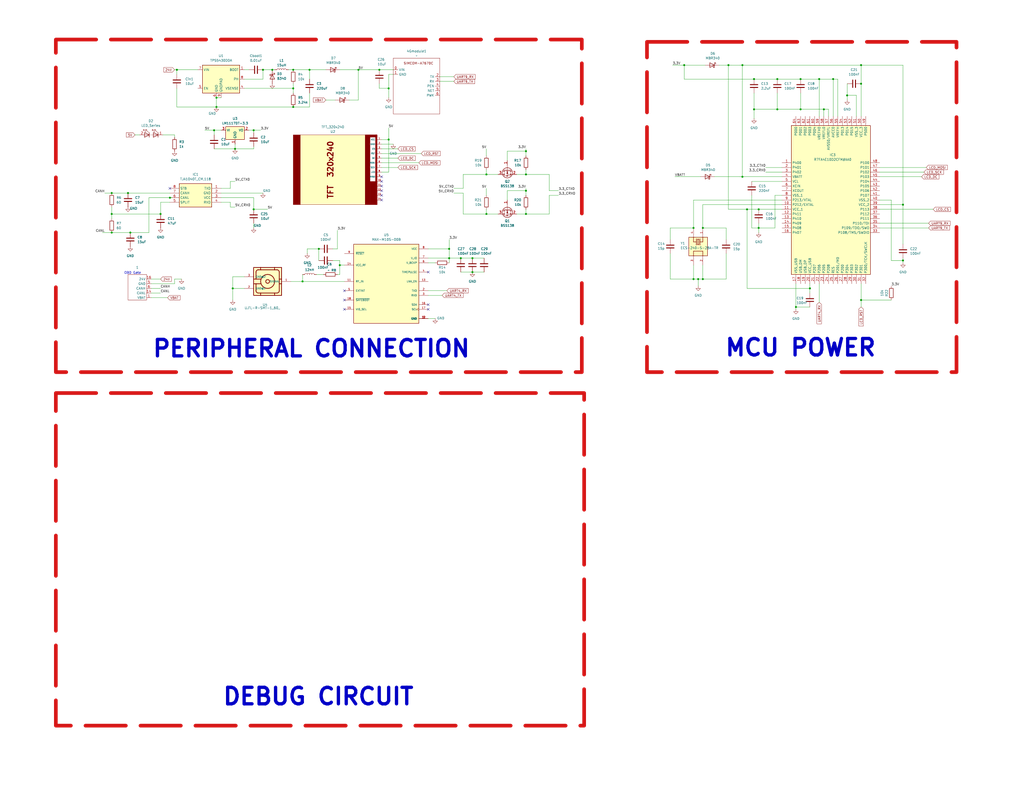
<source format=kicad_sch>
(kicad_sch (version 20231120) (generator "eeschema") (generator_version "8.0")
  (paper "C")
  (junction (at 383.54 124.46))
  (junction (at 449.58 59.69))
  (junction (at 436.88 43.18))
  (junction (at 165.1 153.67))
  (junction (at 212.09 48.26))
  (junction (at 116.84 71.12))
  (junction (at 60.96 116.84))
  (junction (at 195.58 38.1))
  (junction (at 265.43 95.25))
  (junction (at 378.46 124.46))
  (junction (at 441.96 157.48))
  (junction (at 71.12 127))
  (junction (at 405.13 96.52))
  (junction (at 287.02 82.55))
  (junction (at 378.46 152.4))
  (junction (at 414.02 124.46))
  (junction (at 436.88 59.69))
  (junction (at 434.34 167.64))
  (junction (at 381 152.4))
  (junction (at 245.11 135.89))
  (junction (at 160.02 48.26))
  (junction (at 128.27 81.28))
  (junction (at 251.46 140.97))
  (junction (at 168.91 38.1))
  (junction (at 69.85 105.41))
  (junction (at 492.76 142.24))
  (junction (at 87.63 116.84))
  (junction (at 424.18 43.18))
  (junction (at 118.11 58.42))
  (junction (at 143.51 38.1))
  (junction (at 469.9 45.72))
  (junction (at 160.02 58.42))
  (junction (at 414.02 114.3))
  (junction (at 383.54 152.4))
  (junction (at 287.02 116.84))
  (junction (at 245.11 140.97))
  (junction (at 411.48 43.18))
  (junction (at 287.02 104.14))
  (junction (at 407.67 114.3))
  (junction (at 447.04 43.18))
  (junction (at 160.02 38.1))
  (junction (at 92.71 107.95))
  (junction (at 148.59 38.1))
  (junction (at 60.96 127))
  (junction (at 265.43 116.84))
  (junction (at 257.81 140.97))
  (junction (at 185.42 144.78))
  (junction (at 96.52 38.1))
  (junction (at 397.51 35.56))
  (junction (at 469.9 35.56))
  (junction (at 118.11 53.34))
  (junction (at 138.43 71.12))
  (junction (at 424.18 59.69))
  (junction (at 60.96 105.41))
  (junction (at 492.76 111.76))
  (junction (at 469.9 163.83))
  (junction (at 212.09 76.2))
  (junction (at 173.99 135.89))
  (junction (at 411.48 59.69))
  (junction (at 138.43 114.3))
  (junction (at 405.13 35.56))
  (junction (at 454.66 43.18))
  (junction (at 127 157.48))
  (junction (at 287.02 95.25))
  (junction (at 373.38 35.56))
  (junction (at 207.01 38.1))
  (junction (at 257.81 148.59))
  (junction (at 462.28 52.07))
  (no_connect (at 233.68 148.59))
  (no_connect (at 208.28 96.52))
  (no_connect (at 187.96 163.83))
  (no_connect (at 92.71 102.87))
  (no_connect (at 208.28 109.22))
  (no_connect (at 187.96 168.91))
  (no_connect (at 233.68 166.37))
  (no_connect (at 208.28 106.68))
  (no_connect (at 233.68 168.91))
  (no_connect (at 208.28 101.6))
  (no_connect (at 208.28 104.14))
  (no_connect (at 208.28 99.06))
  (no_connect (at 187.96 158.75))
  (wire (pts (xy 492.76 111.76) (xy 492.76 35.56)))
  (wire (pts (xy 60.96 105.41) (xy 69.85 105.41)))
  (wire (pts (xy 492.76 142.24) (xy 492.76 140.97)))
  (wire (pts (xy 480.06 96.52) (xy 502.92 96.52)))
  (wire (pts (xy 87.63 110.49) (xy 87.63 116.84)))
  (wire (pts (xy 233.68 143.51) (xy 237.49 143.51)))
  (wire (pts (xy 143.51 43.18) (xy 143.51 38.1)))
  (wire (pts (xy 195.58 38.1) (xy 207.01 38.1)))
  (wire (pts (xy 71.12 127) (xy 81.28 127)))
  (wire (pts (xy 125.73 113.03) (xy 128.27 113.03)))
  (wire (pts (xy 92.71 107.95) (xy 93.98 107.95)))
  (wire (pts (xy 454.66 63.5) (xy 454.66 43.18)))
  (wire (pts (xy 73.66 73.66) (xy 76.2 73.66)))
  (wire (pts (xy 60.96 113.03) (xy 60.96 116.84)))
  (wire (pts (xy 160.02 45.72) (xy 160.02 48.26)))
  (wire (pts (xy 287.02 106.68) (xy 287.02 104.14)))
  (wire (pts (xy 373.38 43.18) (xy 411.48 43.18)))
  (wire (pts (xy 143.51 38.1) (xy 148.59 38.1)))
  (wire (pts (xy 426.72 111.76) (xy 383.54 111.76)))
  (wire (pts (xy 373.38 35.56) (xy 384.81 35.56)))
  (wire (pts (xy 378.46 124.46) (xy 365.76 124.46)))
  (wire (pts (xy 212.09 40.64) (xy 212.09 48.26)))
  (wire (pts (xy 185.42 144.78) (xy 187.96 144.78)))
  (wire (pts (xy 381 156.21) (xy 381 152.4)))
  (wire (pts (xy 116.84 71.12) (xy 120.65 71.12)))
  (wire (pts (xy 434.34 154.94) (xy 434.34 167.64)))
  (wire (pts (xy 127 157.48) (xy 127 163.83)))
  (wire (pts (xy 138.43 71.12) (xy 142.24 71.12)))
  (wire (pts (xy 405.13 35.56) (xy 469.9 35.56)))
  (wire (pts (xy 389.89 96.52) (xy 405.13 96.52)))
  (wire (pts (xy 181.61 135.89) (xy 184.15 135.89)))
  (wire (pts (xy 304.8 106.68) (xy 299.72 106.68)))
  (wire (pts (xy 449.58 59.69) (xy 452.12 59.69)))
  (wire (pts (xy 116.84 81.28) (xy 128.27 81.28)))
  (wire (pts (xy 240.03 41.91) (xy 247.65 41.91)))
  (wire (pts (xy 172.72 149.86) (xy 176.53 149.86)))
  (wire (pts (xy 287.02 114.3) (xy 287.02 116.84)))
  (wire (pts (xy 111.76 71.12) (xy 116.84 71.12)))
  (wire (pts (xy 299.72 116.84) (xy 287.02 116.84)))
  (wire (pts (xy 208.28 86.36) (xy 217.17 86.36)))
  (wire (pts (xy 208.28 88.9) (xy 228.6 88.9)))
  (wire (pts (xy 168.91 38.1) (xy 177.8 38.1)))
  (wire (pts (xy 469.9 163.83) (xy 469.9 167.64)))
  (wire (pts (xy 245.11 140.97) (xy 245.11 143.51)))
  (wire (pts (xy 299.72 104.14) (xy 299.72 95.25)))
  (wire (pts (xy 480.06 93.98) (xy 504.19 93.98)))
  (wire (pts (xy 462.28 52.07) (xy 462.28 45.72)))
  (wire (pts (xy 271.78 116.84) (xy 265.43 116.84)))
  (wire (pts (xy 185.42 149.86) (xy 185.42 144.78)))
  (wire (pts (xy 287.02 85.09) (xy 287.02 82.55)))
  (wire (pts (xy 265.43 114.3) (xy 265.43 116.84)))
  (wire (pts (xy 195.58 54.61) (xy 195.58 38.1)))
  (wire (pts (xy 173.99 135.89) (xy 173.99 142.24)))
  (wire (pts (xy 410.21 99.06) (xy 426.72 99.06)))
  (wire (pts (xy 271.78 95.25) (xy 265.43 95.25)))
  (wire (pts (xy 414.02 114.3) (xy 426.72 114.3)))
  (wire (pts (xy 190.5 54.61) (xy 195.58 54.61)))
  (wire (pts (xy 212.09 40.64) (xy 214.63 40.64)))
  (wire (pts (xy 81.28 127) (xy 81.28 107.95)))
  (wire (pts (xy 396.24 138.43) (xy 396.24 152.4)))
  (wire (pts (xy 125.73 102.87) (xy 120.65 102.87)))
  (wire (pts (xy 426.72 106.68) (xy 422.91 106.68)))
  (wire (pts (xy 208.28 78.74) (xy 214.63 78.74)))
  (wire (pts (xy 96.52 38.1) (xy 96.52 40.64)))
  (wire (pts (xy 181.61 142.24) (xy 185.42 142.24)))
  (wire (pts (xy 252.73 102.87) (xy 247.65 102.87)))
  (wire (pts (xy 287.02 95.25) (xy 281.94 95.25)))
  (wire (pts (xy 410.21 124.46) (xy 414.02 124.46)))
  (wire (pts (xy 95.25 38.1) (xy 96.52 38.1)))
  (wire (pts (xy 252.73 116.84) (xy 252.73 105.41)))
  (wire (pts (xy 414.02 124.46) (xy 414.02 121.92)))
  (wire (pts (xy 411.48 43.18) (xy 424.18 43.18)))
  (wire (pts (xy 434.34 167.64) (xy 434.34 168.91)))
  (wire (pts (xy 257.81 140.97) (xy 264.16 140.97)))
  (wire (pts (xy 212.09 93.98) (xy 208.28 93.98)))
  (wire (pts (xy 299.72 106.68) (xy 299.72 116.84)))
  (wire (pts (xy 138.43 107.95) (xy 138.43 114.3)))
  (wire (pts (xy 212.09 76.2) (xy 212.09 93.98)))
  (wire (pts (xy 383.54 144.78) (xy 383.54 152.4)))
  (wire (pts (xy 441.96 157.48) (xy 441.96 160.02)))
  (wire (pts (xy 441.96 157.48) (xy 407.67 157.48)))
  (wire (pts (xy 424.18 59.69) (xy 436.88 59.69)))
  (wire (pts (xy 127 157.48) (xy 133.35 157.48)))
  (wire (pts (xy 414.02 124.46) (xy 422.91 124.46)))
  (wire (pts (xy 120.65 105.41) (xy 143.51 105.41)))
  (wire (pts (xy 57.15 105.41) (xy 60.96 105.41)))
  (wire (pts (xy 397.51 114.3) (xy 407.67 114.3)))
  (wire (pts (xy 128.27 81.28) (xy 138.43 81.28)))
  (wire (pts (xy 447.04 154.94) (xy 447.04 165.1)))
  (wire (pts (xy 233.68 158.75) (xy 243.84 158.75)))
  (wire (pts (xy 441.96 154.94) (xy 441.96 157.48)))
  (wire (pts (xy 212.09 48.26) (xy 212.09 53.34)))
  (wire (pts (xy 480.06 114.3) (xy 509.27 114.3)))
  (wire (pts (xy 160.02 38.1) (xy 157.48 38.1)))
  (wire (pts (xy 81.28 107.95) (xy 92.71 107.95)))
  (wire (pts (xy 265.43 116.84) (xy 252.73 116.84)))
  (wire (pts (xy 184.15 135.89) (xy 184.15 125.73)))
  (wire (pts (xy 454.66 43.18) (xy 447.04 43.18)))
  (wire (pts (xy 276.86 104.14) (xy 276.86 109.22)))
  (wire (pts (xy 486.41 142.24) (xy 492.76 142.24)))
  (wire (pts (xy 397.51 114.3) (xy 397.51 35.56)))
  (wire (pts (xy 457.2 63.5) (xy 457.2 43.18)))
  (wire (pts (xy 133.35 38.1) (xy 135.89 38.1)))
  (wire (pts (xy 160.02 48.26) (xy 160.02 50.8)))
  (wire (pts (xy 447.04 43.18) (xy 447.04 63.5)))
  (wire (pts (xy 245.11 140.97) (xy 245.11 135.89)))
  (wire (pts (xy 365.76 152.4) (xy 378.46 152.4)))
  (wire (pts (xy 125.73 113.03) (xy 125.73 110.49)))
  (wire (pts (xy 125.73 99.06) (xy 125.73 102.87)))
  (wire (pts (xy 96.52 58.42) (xy 118.11 58.42)))
  (wire (pts (xy 452.12 63.5) (xy 452.12 59.69)))
  (wire (pts (xy 212.09 69.85) (xy 212.09 76.2)))
  (wire (pts (xy 133.35 151.13) (xy 127 151.13)))
  (wire (pts (xy 55.88 127) (xy 60.96 127)))
  (wire (pts (xy 60.96 116.84) (xy 60.96 119.38)))
  (wire (pts (xy 208.28 83.82) (xy 229.87 83.82)))
  (wire (pts (xy 480.06 124.46) (xy 506.73 124.46)))
  (wire (pts (xy 165.1 149.86) (xy 165.1 153.67)))
  (wire (pts (xy 88.9 73.66) (xy 95.25 73.66)))
  (wire (pts (xy 160.02 38.1) (xy 168.91 38.1)))
  (wire (pts (xy 251.46 140.97) (xy 257.81 140.97)))
  (wire (pts (xy 138.43 114.3) (xy 146.05 114.3)))
  (wire (pts (xy 383.54 152.4) (xy 381 152.4)))
  (wire (pts (xy 467.36 63.5) (xy 467.36 52.07)))
  (wire (pts (xy 265.43 81.28) (xy 265.43 85.09)))
  (wire (pts (xy 492.76 35.56) (xy 469.9 35.56)))
  (wire (pts (xy 287.02 82.55) (xy 276.86 82.55)))
  (wire (pts (xy 383.54 124.46) (xy 396.24 124.46)))
  (wire (pts (xy 252.73 95.25) (xy 252.73 102.87)))
  (wire (pts (xy 492.76 143.51) (xy 492.76 142.24)))
  (wire (pts (xy 365.76 124.46) (xy 365.76 130.81)))
  (wire (pts (xy 207.01 48.26) (xy 212.09 48.26)))
  (wire (pts (xy 138.43 81.28) (xy 138.43 80.01)))
  (wire (pts (xy 125.73 110.49) (xy 120.65 110.49)))
  (wire (pts (xy 378.46 152.4) (xy 381 152.4)))
  (wire (pts (xy 469.9 154.94) (xy 469.9 163.83)))
  (wire (pts (xy 69.85 105.41) (xy 92.71 105.41)))
  (wire (pts (xy 96.52 48.26) (xy 96.52 58.42)))
  (wire (pts (xy 411.48 50.8) (xy 411.48 59.69)))
  (wire (pts (xy 208.28 91.44) (xy 217.17 91.44)))
  (wire (pts (xy 287.02 81.28) (xy 287.02 82.55)))
  (wire (pts (xy 125.73 99.06) (xy 128.27 99.06)))
  (wire (pts (xy 95.25 152.4) (xy 99.06 152.4)))
  (wire (pts (xy 469.9 163.83) (xy 486.41 163.83)))
  (wire (pts (xy 208.28 76.2) (xy 212.09 76.2)))
  (wire (pts (xy 120.65 107.95) (xy 138.43 107.95)))
  (wire (pts (xy 168.91 38.1) (xy 168.91 43.18)))
  (wire (pts (xy 233.68 161.29) (xy 241.3 161.29)))
  (wire (pts (xy 257.81 148.59) (xy 264.16 148.59)))
  (wire (pts (xy 138.43 124.46) (xy 138.43 121.92)))
  (wire (pts (xy 436.88 50.8) (xy 436.88 59.69)))
  (wire (pts (xy 184.15 149.86) (xy 185.42 149.86)))
  (wire (pts (xy 82.55 154.94) (xy 95.25 154.94)))
  (wire (pts (xy 252.73 105.41) (xy 247.65 105.41)))
  (wire (pts (xy 233.68 173.99) (xy 237.49 173.99)))
  (wire (pts (xy 82.55 152.4) (xy 87.63 152.4)))
  (wire (pts (xy 265.43 95.25) (xy 252.73 95.25)))
  (wire (pts (xy 422.91 106.68) (xy 422.91 124.46)))
  (wire (pts (xy 133.35 43.18) (xy 143.51 43.18)))
  (wire (pts (xy 207.01 38.1) (xy 214.63 38.1)))
  (wire (pts (xy 469.9 35.56) (xy 469.9 45.72)))
  (wire (pts (xy 265.43 102.87) (xy 265.43 106.68)))
  (wire (pts (xy 480.06 91.44) (xy 505.46 91.44)))
  (wire (pts (xy 245.11 140.97) (xy 251.46 140.97)))
  (wire (pts (xy 407.67 157.48) (xy 407.67 114.3)))
  (wire (pts (xy 373.38 43.18) (xy 373.38 35.56)))
  (wire (pts (xy 177.8 54.61) (xy 182.88 54.61)))
  (wire (pts (xy 480.06 121.92) (xy 506.73 121.92)))
  (wire (pts (xy 407.67 114.3) (xy 414.02 114.3)))
  (wire (pts (xy 368.3 96.52) (xy 382.27 96.52)))
  (wire (pts (xy 396.24 124.46) (xy 396.24 130.81)))
  (wire (pts (xy 287.02 116.84) (xy 281.94 116.84)))
  (wire (pts (xy 165.1 153.67) (xy 187.96 153.67)))
  (wire (pts (xy 82.55 162.56) (xy 91.44 162.56)))
  (wire (pts (xy 96.52 38.1) (xy 107.95 38.1)))
  (wire (pts (xy 411.48 59.69) (xy 424.18 59.69)))
  (wire (pts (xy 173.99 135.89) (xy 167.64 135.89)))
  (wire (pts (xy 397.51 35.56) (xy 405.13 35.56)))
  (wire (pts (xy 60.96 116.84) (xy 87.63 116.84)))
  (wire (pts (xy 240.03 44.45) (xy 247.65 44.45)))
  (wire (pts (xy 424.18 50.8) (xy 424.18 59.69)))
  (wire (pts (xy 414.02 127) (xy 414.02 124.46)))
  (wire (pts (xy 118.11 58.42) (xy 160.02 58.42)))
  (wire (pts (xy 417.83 93.98) (xy 426.72 93.98)))
  (wire (pts (xy 135.89 71.12) (xy 138.43 71.12)))
  (wire (pts (xy 434.34 167.64) (xy 441.96 167.64)))
  (wire (pts (xy 92.71 110.49) (xy 87.63 110.49)))
  (wire (pts (xy 82.55 157.48) (xy 87.63 157.48)))
  (wire (pts (xy 426.72 109.22) (xy 378.46 109.22)))
  (wire (pts (xy 118.11 53.34) (xy 118.11 58.42)))
  (wire (pts (xy 276.86 82.55) (xy 276.86 87.63)))
  (wire (pts (xy 265.43 92.71) (xy 265.43 95.25)))
  (wire (pts (xy 436.88 59.69) (xy 449.58 59.69)))
  (wire (pts (xy 378.46 109.22) (xy 378.46 124.46)))
  (wire (pts (xy 82.55 160.02) (xy 87.63 160.02)))
  (wire (pts (xy 287.02 92.71) (xy 287.02 95.25)))
  (wire (pts (xy 251.46 148.59) (xy 257.81 148.59)))
  (wire (pts (xy 457.2 43.18) (xy 454.66 43.18)))
  (wire (pts (xy 304.8 104.14) (xy 299.72 104.14)))
  (wire (pts (xy 405.13 35.56) (xy 405.13 96.52)))
  (wire (pts (xy 383.54 111.76) (xy 383.54 124.46)))
  (wire (pts (xy 411.48 59.69) (xy 411.48 64.77)))
  (wire (pts (xy 378.46 144.78) (xy 378.46 152.4)))
  (wire (pts (xy 396.24 152.4) (xy 383.54 152.4)))
  (wire (pts (xy 417.83 91.44) (xy 426.72 91.44)))
  (wire (pts (xy 287.02 104.14) (xy 276.86 104.14)))
  (wire (pts (xy 95.25 154.94) (xy 95.25 152.4)))
  (wire (pts (xy 245.11 135.89) (xy 245.11 130.81)))
  (wire (pts (xy 148.59 38.1) (xy 149.86 38.1)))
  (wire (pts (xy 447.04 43.18) (xy 436.88 43.18)))
  (wire (pts (xy 233.68 140.97) (xy 245.11 140.97)))
  (wire (pts (xy 462.28 52.07) (xy 467.36 52.07)))
  (wire (pts (xy 365.76 138.43) (xy 365.76 152.4)))
  (wire (pts (xy 480.06 109.22) (xy 486.41 109.22)))
  (wire (pts (xy 207.01 45.72) (xy 207.01 48.26)))
  (wire (pts (xy 469.9 45.72) (xy 469.9 63.5)))
  (wire (pts (xy 116.84 73.66) (xy 116.84 71.12)))
  (wire (pts (xy 160.02 58.42) (xy 168.91 58.42)))
  (wire (pts (xy 410.21 106.68) (xy 410.21 124.46)))
  (wire (pts (xy 167.64 135.89) (xy 167.64 138.43)))
  (wire (pts (xy 405.13 96.52) (xy 426.72 96.52)))
  (wire (pts (xy 60.96 127) (xy 71.12 127)))
  (wire (pts (xy 185.42 38.1) (xy 195.58 38.1)))
  (wire (pts (xy 462.28 54.61) (xy 462.28 52.07)))
  (wire (pts (xy 287.02 102.87) (xy 287.02 104.14)))
  (wire (pts (xy 138.43 71.12) (xy 138.43 72.39)))
  (wire (pts (xy 233.68 135.89) (xy 245.11 135.89)))
  (wire (pts (xy 436.88 43.18) (xy 424.18 43.18)))
  (wire (pts (xy 127 151.13) (xy 127 157.48)))
  (wire (pts (xy 367.03 35.56) (xy 373.38 35.56)))
  (wire (pts (xy 492.76 133.35) (xy 492.76 111.76)))
  (wire (pts (xy 158.75 153.67) (xy 165.1 153.67)))
  (wire (pts (xy 486.41 109.22) (xy 486.41 142.24)))
  (wire (pts (xy 208.28 81.28) (xy 217.17 81.28)))
  (wire (pts (xy 133.35 48.26) (xy 160.02 48.26)))
  (wire (pts (xy 118.11 53.34) (xy 120.65 53.34)))
  (wire (pts (xy 185.42 142.24) (xy 185.42 144.78)))
  (wire (pts (xy 392.43 35.56) (xy 397.51 35.56)))
  (wire (pts (xy 168.91 50.8) (xy 168.91 58.42)))
  (wire (pts (xy 95.25 73.66) (xy 95.25 74.93)))
  (wire (pts (xy 480.06 111.76) (xy 492.76 111.76)))
  (wire (pts (xy 299.72 95.25) (xy 287.02 95.25)))
  (wire (pts (xy 128.27 78.74) (xy 128.27 81.28)))
  (wire (pts (xy 449.58 59.69) (xy 449.58 63.5)))
  (rectangle (start 30.48 214.63) (end 318.77 396.24) (stroke (width 2) (type dash) (color 212 20 20 1)))
  (rectangle (start 353.06 22.86) (end 521.97 203.2) (stroke (width 2) (type dash) (color 212 20 20 1)))
  (rectangle (start 30.48 21.59) (end 317.5 203.2) (stroke (width 2) (type dash) (color 212 20 20 1)))
  (text "DEBUG CIRCUIT\n" (at 173.736 380.492 0) (effects (font (size 9 9) (thickness 1.8) (bold yes))))
  (text "OBD Gate\n" (at 72.39 149.098 0) (effects (font (size 1.27 1.27))))
  (text "MCU POWER\n" (at 436.88 189.992 0) (effects (font (size 9 9) (thickness 1.8) (bold yes))))
  (text "PERIPHERAL CONNECTION" (at 169.926 190.5 0) (effects (font (size 9 9) (thickness 1.8) (bold yes))))
  (label "5V_CRX0" (at 247.65 105.41 180))
  (label "3.3V" (at 486.41 156.21 0))
  (label "3.3V" (at 287.02 102.87 180))
  (label "CANL" (at 87.63 160.02 0))
  (label "3.3_CTX0" (at 304.8 104.14 0))
  (label "3.3V" (at 142.24 71.12 0))
  (label "5V" (at 265.43 102.87 180))
  (label "VBATT" (at 368.3 96.52 0))
  (label "5V_CTX0" (at 247.65 102.87 180))
  (label "5V" (at 146.05 114.3 0))
  (label "5V" (at 195.58 38.1 0))
  (label "3.3_CRX0" (at 417.83 93.98 180))
  (label "3.3V" (at 287.02 81.28 180))
  (label "3.3_CTX0" (at 417.83 91.44 180))
  (label "CANH" (at 57.15 105.41 180))
  (label "5V_CRX0" (at 128.27 113.03 0))
  (label "3.3V" (at 367.03 35.56 0))
  (label "5V" (at 111.76 71.12 0))
  (label "5V_CTX0" (at 128.27 99.06 0))
  (label "3.3_CRX0" (at 304.8 106.68 0))
  (label "3.3V" (at 245.11 130.81 0))
  (label "5V" (at 265.43 81.28 180))
  (label "CANL" (at 57.15 127 180))
  (label "5V" (at 212.09 69.85 0))
  (label "CANH" (at 87.63 157.48 0))
  (label "3.3V" (at 184.15 125.73 0))
  (global_label "VBAT" (shape input) (at 91.44 162.56 0) (property "Intersheetrefs" "${INTERSHEET_REFS}" (effects (hide yes))))
  (global_label "LCD_SCK" (shape input) (at 504.19 93.98 0) (property "Intersheetrefs" "${INTERSHEET_REFS}" (effects (hide yes))))
  (global_label "VBAT" (shape input) (at 177.8 54.61 180) (property "Intersheetrefs" "${INTERSHEET_REFS}" (effects (hide yes))))
  (global_label "LCD_SCK" (shape input) (at 217.17 91.44 0) (property "Intersheetrefs" "${INTERSHEET_REFS}" (effects (hide yes))))
  (global_label "UART9_RX" (shape input) (at 247.65 41.91 0) (property "Intersheetrefs" "${INTERSHEET_REFS}" (effects (hide yes))))
  (global_label "24V" (shape input) (at 87.63 152.4 0) (property "Intersheetrefs" "${INTERSHEET_REFS}" (effects (hide yes))))
  (global_label "LCD_MOSI" (shape input) (at 228.6 88.9 0) (property "Intersheetrefs" "${INTERSHEET_REFS}" (effects (hide yes))))
  (global_label "UART9_RX" (shape input) (at 506.73 121.92 0) (property "Intersheetrefs" "${INTERSHEET_REFS}" (effects (hide yes))))
  (global_label "UART9_TX" (shape input) (at 506.73 124.46 0) (property "Intersheetrefs" "${INTERSHEET_REFS}" (effects (hide yes))))
  (global_label "UART4_RX" (shape input) (at 447.04 165.1 270) (property "Intersheetrefs" "${INTERSHEET_REFS}" (effects (hide yes))))
  (global_label "LCD_RST" (shape input) (at 469.9 167.64 270) (property "Intersheetrefs" "${INTERSHEET_REFS}" (effects (hide yes))))
  (global_label "LCD_DC" (shape input) (at 502.92 96.52 0) (property "Intersheetrefs" "${INTERSHEET_REFS}" (effects (hide yes))))
  (global_label "UART4_RX" (shape input) (at 243.84 158.75 0) (property "Intersheetrefs" "${INTERSHEET_REFS}" (effects (hide yes))))
  (global_label "LCD_MOSI" (shape input) (at 505.46 91.44 0) (property "Intersheetrefs" "${INTERSHEET_REFS}" (effects (hide yes))))
  (global_label "5V" (shape input) (at 73.66 73.66 180) (property "Intersheetrefs" "${INTERSHEET_REFS}" (effects (hide yes))))
  (global_label "LCD_CS" (shape input) (at 509.27 114.3 0) (property "Intersheetrefs" "${INTERSHEET_REFS}" (effects (hide yes))))
  (global_label "24V" (shape input) (at 95.25 38.1 180) (property "Intersheetrefs" "${INTERSHEET_REFS}" (effects (hide yes))))
  (global_label "LCD_DC" (shape input) (at 217.17 86.36 0) (property "Intersheetrefs" "${INTERSHEET_REFS}" (effects (hide yes))))
  (global_label "LCD_RST" (shape input) (at 229.87 83.82 0) (property "Intersheetrefs" "${INTERSHEET_REFS}" (effects (hide yes))))
  (global_label "UART4_TX" (shape input) (at 241.3 161.29 0) (property "Intersheetrefs" "${INTERSHEET_REFS}" (effects (hide yes))))
  (global_label "LCD_CS" (shape input) (at 217.17 81.28 0) (property "Intersheetrefs" "${INTERSHEET_REFS}" (effects (hide yes))))
  (global_label "UART9_TX" (shape input) (at 247.65 44.45 0) (property "Intersheetrefs" "${INTERSHEET_REFS}" (effects (hide yes))))
  (symbol (lib_id "Diode:MBR340") (at 388.62 35.56 0) (mirror y) (unit 1)
    (property "Reference" "D6" (at 388.9375 29.21 0))
    (property "Value" "MBR340" (at 388.9375 31.75 0))
    (property "Footprint" "Diode_THT:D_DO-201AD_P15.24mm_Horizontal" (effects (hide yes)))
    (property "Datasheet" "http://www.onsemi.com/pub_link/Collateral/MBR340-D.PDF" (effects (hide yes)))
    (property "Description" "40V 3A Schottky Barrier Rectifier Diode, DO-201AD" (effects (hide yes)))
  )
  (symbol (lib_id "power:GND") (at 381 156.21 0) (unit 1)
    (property "Reference" "#PWR025" (effects (hide yes)))
    (property "Value" "GND" (at 381 161.29 0))
    (property "Description" "Power symbol creates a global label with name \"GND\" , ground" (effects (hide yes)))
  )
  (symbol (lib_id "power:GND") (at 99.06 152.4 0) (unit 1)
    (property "Reference" "#PWR02" (effects (hide yes)))
    (property "Value" "GND" (at 99.06 157.48 0))
    (property "Description" "Power symbol creates a global label with name \"GND\" , ground" (effects (hide yes)))
  )
  (symbol (lib_id "Device:C") (at 177.8 135.89 270) (unit 1)
    (property "Reference" "C5" (at 177.8 128.27 90))
    (property "Value" "100nF" (at 177.8 130.81 90))
    (property "Description" "Unpolarized capacitor" (effects (hide yes)))
  )
  (symbol (lib_id "Device:C") (at 177.8 142.24 270) (unit 1)
    (property "Reference" "C6" (at 179.832 144.272 90))
    (property "Value" "100nF" (at 176.276 146.05 90))
    (property "Description" "Unpolarized capacitor" (effects (hide yes)))
  )
  (symbol (lib_id "Device:C") (at 414.02 118.11 0) (unit 1)
    (property "Reference" "C16" (at 417.83 116.8399 0) (effects (justify left)))
    (property "Value" "100nF" (at 417.83 119.3799 0) (effects (justify left)))
    (property "Footprint" "Capacitor_SMD:C_0201_0603Metric_Pad0.64x0.40mm_HandSolder" (effects (hide yes)))
    (property "Description" "Unpolarized capacitor" (effects (hide yes)))
  )
  (symbol (lib_id "tft_320x240:TFT_320x240") (at 205.74 92.71 90) (mirror x) (unit 1)
    (property "Reference" "U2" (at 181.61 71.882 90))
    (property "Value" "TFT_320x240" (at 181.61 69.342 90))
    (property "Footprint" "xiao ESP32S3_PCB:TFT-320x240" (effects (hide yes)))
  )
  (symbol (lib_id "power:GND") (at 127 163.83 0) (unit 1)
    (property "Reference" "#PWR06" (effects (hide yes)))
    (property "Value" "GND" (at 127 168.91 0))
    (property "Description" "Power symbol creates a global label with name \"GND\" , ground" (effects (hide yes)))
  )
  (symbol (lib_id "power:GND") (at 434.34 168.91 0) (unit 1)
    (property "Reference" "#PWR026" (effects (hide yes)))
    (property "Value" "GND" (at 434.34 173.99 0))
    (property "Description" "Power symbol creates a global label with name \"GND\" , ground" (effects (hide yes)))
  )
  (symbol (lib_id "power:GND") (at 212.09 53.34 0) (unit 1)
    (property "Reference" "#PWR033" (effects (hide yes)))
    (property "Value" "GND" (at 212.09 58.42 0))
    (property "Description" "Power symbol creates a global label with name \"GND\" , ground" (effects (hide yes)))
  )
  (symbol (lib_id "power:GND") (at 71.12 134.62 0) (unit 1)
    (property "Reference" "#PWR014" (effects (hide yes)))
    (property "Value" "GND" (at 71.12 139.7 0))
    (property "Description" "Power symbol creates a global label with name \"GND\" , ground" (effects (hide yes)))
  )
  (symbol (lib_id "Device:L") (at 168.91 149.86 90) (unit 1)
    (property "Reference" "L2" (at 168.91 144.78 90))
    (property "Value" "12nH" (at 168.91 147.32 90))
    (property "Description" "Inductor" (effects (hide yes)))
  )
  (symbol (lib_id "power:GND") (at 95.25 82.55 0) (unit 1)
    (property "Reference" "#PWR05" (effects (hide yes)))
    (property "Value" "GND" (at 95.25 87.63 0))
    (property "Description" "Power symbol creates a global label with name \"GND\" , ground" (effects (hide yes)))
  )
  (symbol (lib_id "Device:C") (at 492.76 137.16 0) (unit 1)
    (property "Reference" "C22" (at 496.57 135.8899 0) (effects (justify left)))
    (property "Value" "100nF" (at 496.57 138.4299 0) (effects (justify left)))
    (property "Description" "Unpolarized capacitor" (effects (hide yes)))
  )
  (symbol (lib_id "Device:C") (at 251.46 144.78 180) (unit 1)
    (property "Reference" "C27" (at 249.682 135.89 0) (effects (justify right)))
    (property "Value" "100nF" (at 249.682 138.43 0) (effects (justify right)))
    (property "Description" "Unpolarized capacitor" (effects (hide yes)))
  )
  (symbol (lib_id "Device:C") (at 410.21 102.87 0) (unit 1)
    (property "Reference" "C15" (at 414.02 101.5999 0) (effects (justify left)))
    (property "Value" "220nF" (at 414.02 104.1399 0) (effects (justify left)))
    (property "Footprint" "Capacitor_SMD:C_0201_0603Metric_Pad0.64x0.40mm_HandSolder" (effects (hide yes)))
    (property "Description" "Unpolarized capacitor" (effects (hide yes)))
  )
  (symbol (lib_id "power:GND") (at 167.64 138.43 0) (unit 1)
    (property "Reference" "#PWR011" (effects (hide yes)))
    (property "Value" "GND" (at 167.64 143.51 0))
    (property "Description" "Power symbol creates a global label with name \"GND\" , ground" (effects (hide yes)))
  )
  (symbol (lib_id "power:GND") (at 462.28 54.61 0) (mirror y) (unit 1)
    (property "Reference" "#PWR027" (effects (hide yes)))
    (property "Value" "GND" (at 462.28 59.69 0))
    (property "Description" "Power symbol creates a global label with name \"GND\" , ground" (effects (hide yes)))
  )
  (symbol (lib_id "power:GND") (at 214.63 78.74 0) (unit 1)
    (property "Reference" "#PWR07" (effects (hide yes)))
    (property "Value" "GND" (at 214.63 83.82 0))
    (property "Description" "Power symbol creates a global label with name \"GND\" , ground" (effects (hide yes)))
  )
  (symbol (lib_id "U.FL-R-SMT-1_60_:U.FL-R-SMT-1_60_") (at 146.05 153.67 90) (unit 1)
    (property "Reference" "U4" (at 146.05 166.37 90) (effects (justify left)))
    (property "Value" "U.FL-R-SMT-1_60_" (at 152.908 168.148 90) (effects (justify left)))
    (property "Footprint" "U.FL-R-SMT-1_60_:U.FL-R-SMT-1_60_" (effects (hide yes)))
    (property "MF" "Hirose Connector" (effects (hide yes)))
    (property "Description_1" "\n                        \n                            U.FL (UMCC) Connector Receptacle, Male Pin 50 Ohms Surface Mount Solder\n                        \n" (effects (hide yes)))
    (property "Package" "None" (effects (hide yes)))
    (property "Price" "None" (effects (hide yes)))
    (property "SnapEDA_Link" "https://www.snapeda.com/parts/U.FL-R-SMT-1(60)/Hirose/view-part/?ref=snap" (effects (hide yes)))
    (property "MP" "U.FL-R-SMT-1(60)" (effects (hide yes)))
    (property "Availability" "In Stock" (effects (hide yes)))
    (property "Check_prices" "https://www.snapeda.com/parts/U.FL-R-SMT-1(60)/Hirose/view-part/?ref=eda" (effects (hide yes)))
  )
  (symbol (lib_id "Device:C") (at 116.84 77.47 0) (unit 1)
    (property "Reference" "C1" (at 120.65 76.1999 0) (effects (justify left)))
    (property "Value" "10uF" (at 120.65 78.7399 0) (effects (justify left)))
    (property "Description" "Unpolarized capacitor" (effects (hide yes)))
  )
  (symbol (lib_id "Device:C") (at 436.88 46.99 0) (unit 1)
    (property "Reference" "C18" (at 440.69 45.7199 0) (effects (justify left)))
    (property "Value" "100nF" (at 440.69 48.2599 0) (effects (justify left)))
    (property "Description" "Unpolarized capacitor" (effects (hide yes)))
  )
  (symbol (lib_id "Device:C") (at 466.09 45.72 90) (mirror x) (unit 1)
    (property "Reference" "C21" (at 466.09 38.1 90))
    (property "Value" "100nF" (at 466.09 40.64 90))
    (property "Description" "Unpolarized capacitor" (effects (hide yes)))
  )
  (symbol (lib_id "power:GND") (at 257.81 148.59 0) (unit 1)
    (property "Reference" "#PWR015" (effects (hide yes)))
    (property "Value" "GND" (at 257.81 153.67 0))
    (property "Description" "Power symbol creates a global label with name \"GND\" , ground" (effects (hide yes)))
  )
  (symbol (lib_id "TJA1040T_CM_118:OBD_GATE") (at 74.93 156.21 0) (unit 1)
    (property "Reference" "1" (at 74.93 146.05 0))
    (property "Value" "~" (at 74.93 148.59 0))
  )
  (symbol (lib_id "power:GND") (at 143.51 105.41 0) (unit 1)
    (property "Reference" "#PWR019" (effects (hide yes)))
    (property "Value" "GND" (at 145.542 104.14 0))
    (property "Description" "Power symbol creates a global label with name \"GND\" , ground" (effects (hide yes)))
  )
  (symbol (lib_id "Device:C") (at 96.52 44.45 0) (unit 1)
    (property "Reference" "Cin1" (at 101.092 43.18 0) (effects (justify left)))
    (property "Value" "10uF" (at 101.092 45.72 0) (effects (justify left)))
    (property "Description" "Unpolarized capacitor" (effects (hide yes)))
  )
  (symbol (lib_id "power:GND") (at 87.63 124.46 0) (unit 1)
    (property "Reference" "#PWR016" (effects (hide yes)))
    (property "Value" "GND" (at 87.63 129.54 0))
    (property "Description" "Power symbol creates a global label with name \"GND\" , ground" (effects (hide yes)))
  )
  (symbol (lib_id "TJA1040T_CM_118:TJA1040T_CM,118") (at 120.65 102.87 0) (mirror y) (unit 1)
    (property "Reference" "IC1" (at 106.68 95.25 0))
    (property "Value" "TJA1040T_CM,118" (at 106.68 97.79 0))
    (property "Footprint" "SOIC127P600X175-8N" (effects (hide yes)))
    (property "Datasheet" "http://www.nxp.com/docs/en/data-sheet/TJA1040.pdf" (effects (hide yes)))
    (property "Description" "CAN Interface IC High-speed CAN transceiver with standby mode" (effects (hide yes)))
    (property "Height" "1.75" (effects (hide yes)))
    (property "Mouser Part Number" "771-TJA1040T/CM118" (effects (hide yes)))
    (property "Mouser Price/Stock" "https://www.mouser.co.uk/ProductDetail/NXP-Semiconductors/TJA1040T-CM118?qs=5XOdhvmYM0NSGbC3XPvNbw%3D%3D" (effects (hide yes)))
    (property "Manufacturer_Name" "NXP" (effects (hide yes)))
    (property "Manufacturer_Part_Number" "TJA1040T/CM,118" (effects (hide yes)))
  )
  (symbol (lib_id "Device:R") (at 160.02 41.91 0) (unit 1)
    (property "Reference" "R4" (at 162.56 40.6399 0) (effects (justify left)))
    (property "Value" "10k" (at 162.56 43.1799 0) (effects (justify left)))
    (property "Footprint" "Resistor_SMD:R_0402_1005Metric" (effects (hide yes)))
    (property "Description" "Resistor" (effects (hide yes)))
  )
  (symbol (lib_id "Device:C") (at 441.96 163.83 0) (unit 1)
    (property "Reference" "C19" (at 434.594 162.814 0) (effects (justify left)))
    (property "Value" "100nF" (at 434.594 165.354 0) (effects (justify left)))
    (property "Description" "Unpolarized capacitor" (effects (hide yes)))
  )
  (symbol (lib_id "Device:C") (at 168.91 46.99 0) (unit 1)
    (property "Reference" "C3" (at 172.72 45.7199 0) (effects (justify left)))
    (property "Value" "220uF" (at 172.72 48.2599 0) (effects (justify left)))
    (property "Description" "Unpolarized capacitor" (effects (hide yes)))
  )
  (symbol (lib_id "power:GND") (at 128.27 81.28 0) (unit 1)
    (property "Reference" "#PWR09" (effects (hide yes)))
    (property "Value" "GND" (at 128.27 86.36 0))
    (property "Description" "Power symbol creates a global label with name \"GND\" , ground" (effects (hide yes)))
  )
  (symbol (lib_id "Device:R") (at 265.43 88.9 0) (mirror y) (unit 1)
    (property "Reference" "R19" (at 262.89 87.6299 0) (effects (justify left)))
    (property "Value" "10k" (at 262.89 90.1699 0) (effects (justify left)))
    (property "Description" "Resistor" (effects (hide yes)))
  )
  (symbol (lib_id "RF_GSM:SIMCOM_A7670C") (at 228.6 46.99 0) (unit 1)
    (property "Reference" "4Gmodule1" (at 227.33 27.94 0))
    (property "Value" "~" (at 227.33 30.48 0))
    (property "Footprint" "xiao ESP32S3_PCB:SIMCOM" (effects (hide yes)))
  )
  (symbol (lib_id "Device:R") (at 287.02 88.9 0) (mirror y) (unit 1)
    (property "Reference" "R17" (at 284.48 87.6299 0) (effects (justify left)))
    (property "Value" "10k" (at 284.48 90.1699 0) (effects (justify left)))
    (property "Description" "Resistor" (effects (hide yes)))
  )
  (symbol (lib_id "Device:C") (at 138.43 76.2 0) (unit 1)
    (property "Reference" "C2" (at 142.24 74.9299 0) (effects (justify left)))
    (property "Value" "10uF" (at 142.24 77.4699 0) (effects (justify left)))
    (property "Description" "Unpolarized capacitor" (effects (hide yes)))
  )
  (symbol (lib_id "Device:C") (at 365.76 134.62 0) (unit 1)
    (property "Reference" "C14" (at 358.902 133.096 0) (effects (justify left)))
    (property "Value" "15p" (at 358.902 135.636 0) (effects (justify left)))
    (property "Description" "Unpolarized capacitor" (effects (hide yes)))
  )
  (symbol (lib_id "Diode:B340") (at 148.59 41.91 270) (unit 1)
    (property "Reference" "D3" (at 151.13 40.3224 90) (effects (justify left)))
    (property "Value" "B340" (at 151.13 42.8624 90) (effects (justify left)))
    (property "Footprint" "Diode_SMD:D_SMC" (effects (hide yes)))
    (property "Datasheet" "http://www.jameco.com/Jameco/Products/ProdDS/1538777.pdf" (effects (hide yes)))
    (property "Description" "40V 3A Schottky Barrier Rectifier Diode, SMC" (effects (hide yes)))
  )
  (symbol (lib_id "Device:R") (at 241.3 143.51 270) (unit 1)
    (property "Reference" "R14" (at 241.3 146.05 90))
    (property "Value" "10k" (at 241.3 148.59 90))
    (property "Description" "Resistor" (effects (hide yes)))
  )
  (symbol (lib_id "Device:C") (at 257.81 144.78 180) (unit 1)
    (property "Reference" "C28" (at 256.032 135.89 0) (effects (justify right)))
    (property "Value" "100nF" (at 256.032 138.43 0) (effects (justify right)))
    (property "Description" "Unpolarized capacitor" (effects (hide yes)))
  )
  (symbol (lib_id "Device:C") (at 207.01 41.91 0) (unit 1)
    (property "Reference" "C26" (at 205.994 32.512 0) (effects (justify left)))
    (property "Value" "10uF" (at 205.994 35.052 0) (effects (justify left)))
    (property "Description" "Unpolarized capacitor" (effects (hide yes)))
  )
  (symbol (lib_id "Device:R") (at 287.02 110.49 0) (mirror y) (unit 1)
    (property "Reference" "R20" (at 284.48 109.2199 0) (effects (justify left)))
    (property "Value" "10k" (at 284.48 111.7599 0) (effects (justify left)))
    (property "Description" "Resistor" (effects (hide yes)))
  )
  (symbol (lib_id "power:GND") (at 414.02 127 0) (unit 1)
    (property "Reference" "#PWR024" (effects (hide yes)))
    (property "Value" "GND" (at 414.02 132.08 0))
    (property "Description" "Power symbol creates a global label with name \"GND\" , ground" (effects (hide yes)))
  )
  (symbol (lib_id "Device:C") (at 396.24 134.62 0) (unit 1)
    (property "Reference" "C20" (at 400.05 133.3499 0) (effects (justify left)))
    (property "Value" "15p" (at 400.05 135.8899 0) (effects (justify left)))
    (property "Description" "Unpolarized capacitor" (effects (hide yes)))
  )
  (symbol (lib_id "ECS-240-S-28A-TR:ECS-240-S-28A-TR") (at 381 134.62 270) (unit 1)
    (property "Reference" "Y1" (at 371.348 132.842 90) (effects (justify left)))
    (property "Value" "ECS-240-S-28A-TR" (at 371.348 135.382 90) (effects (justify left)))
    (property "Footprint" "ECS-240-S-28A-TR:XTAL_ECS-240-S-28A-TR" (effects (hide yes)))
    (property "MF" "ECS Inc." (effects (hide yes)))
    (property "Description_1" "\n                        \n                            24 MHz ±30ppm Crystal Series 30 Ohms HC-49/US\n                        \n" (effects (hide yes)))
    (property "Package" "HC49/US ECS International" (effects (hide yes)))
    (property "Price" "None" (effects (hide yes)))
    (property "SnapEDA_Link" "https://www.snapeda.com/parts/ECS-240-S-28A-TR/ECS/view-part/?ref=snap" (effects (hide yes)))
    (property "MP" "ECS-240-S-28A-TR" (effects (hide yes)))
    (property "Availability" "In Stock" (effects (hide yes)))
    (property "Check_prices" "https://www.snapeda.com/parts/ECS-240-S-28A-TR/ECS/view-part/?ref=eda" (effects (hide yes)))
  )
  (symbol (lib_id "power:GND") (at 118.11 58.42 0) (unit 1)
    (property "Reference" "#PWR03" (effects (hide yes)))
    (property "Value" "GND" (at 115.824 61.976 0))
    (property "Description" "Power symbol creates a global label with name \"GND\" , ground" (effects (hide yes)))
  )
  (symbol (lib_id "Device:LED_Series") (at 82.55 73.66 0) (mirror y) (unit 1)
    (property "Reference" "D2" (at 82.296 66.04 0))
    (property "Value" "LED_Series" (at 82.296 68.58 0))
    (property "Footprint" "LED_SMD:LED_0603_1608Metric" (effects (hide yes)))
    (property "Description" "Several LEDs in series" (effects (hide yes)))
  )
  (symbol (lib_id "Device:L") (at 153.67 38.1 90) (unit 1)
    (property "Reference" "L1" (at 153.67 33.02 90))
    (property "Value" "15uH" (at 153.67 35.56 90))
    (property "Footprint" "Inductor_SMD:L_12x12mm_H4.5mm" (effects (hide yes)))
    (property "Description" "Inductor" (effects (hide yes)))
  )
  (symbol (lib_id "Device:C") (at 411.48 46.99 0) (unit 1)
    (property "Reference" "C13" (at 415.29 45.7199 0) (effects (justify left)))
    (property "Value" "2.2uF" (at 415.29 48.2599 0) (effects (justify left)))
    (property "Description" "Unpolarized capacitor" (effects (hide yes)))
  )
  (symbol (lib_id "Device:C") (at 69.85 109.22 0) (unit 1)
    (property "Reference" "C7" (at 73.66 107.9499 0) (effects (justify left)))
    (property "Value" "15uF" (at 73.66 110.4899 0) (effects (justify left)))
    (property "Description" "Unpolarized capacitor" (effects (hide yes)))
  )
  (symbol (lib_id "Device:R") (at 265.43 110.49 0) (mirror y) (unit 1)
    (property "Reference" "R21" (at 262.89 109.2199 0) (effects (justify left)))
    (property "Value" "10k" (at 262.89 111.7599 0) (effects (justify left)))
    (property "Description" "Resistor" (effects (hide yes)))
  )
  (symbol (lib_id "Diode:MBR340") (at 386.08 96.52 0) (mirror y) (unit 1)
    (property "Reference" "D5" (at 386.3975 90.17 0))
    (property "Value" "MBR340" (at 386.3975 92.71 0))
    (property "Footprint" "Diode_THT:D_DO-201AD_P15.24mm_Horizontal" (effects (hide yes)))
    (property "Datasheet" "http://www.onsemi.com/pub_link/Collateral/MBR340-D.PDF" (effects (hide yes)))
    (property "Description" "40V 3A Schottky Barrier Rectifier Diode, DO-201AD" (effects (hide yes)))
  )
  (symbol (lib_id "Device:C") (at 424.18 46.99 0) (unit 1)
    (property "Reference" "C17" (at 427.99 45.7199 0) (effects (justify left)))
    (property "Value" "100nF" (at 427.99 48.2599 0) (effects (justify left)))
    (property "Description" "Unpolarized capacitor" (effects (hide yes)))
  )
  (symbol (lib_id "Device:C") (at 264.16 144.78 180) (unit 1)
    (property "Reference" "C29" (at 262.382 135.89 0) (effects (justify right)))
    (property "Value" "100nF" (at 262.382 138.43 0) (effects (justify right)))
    (property "Description" "Unpolarized capacitor" (effects (hide yes)))
  )
  (symbol (lib_id "power:GND") (at 492.76 143.51 0) (unit 1)
    (property "Reference" "#PWR028" (effects (hide yes)))
    (property "Value" "GND" (at 492.76 148.59 0))
    (property "Description" "Power symbol creates a global label with name \"GND\" , ground" (effects (hide yes)))
  )
  (symbol (lib_id "power:GND") (at 138.43 124.46 0) (unit 1)
    (property "Reference" "#PWR032" (effects (hide yes)))
    (property "Value" "GND" (at 140.462 123.19 0))
    (property "Description" "Power symbol creates a global label with name \"GND\" , ground" (effects (hide yes)))
  )
  (symbol (lib_id "Regulator_Switching:TPS5430DDA") (at 120.65 43.18 0) (unit 1)
    (property "Reference" "U1" (at 120.65 30.48 0))
    (property "Value" "TPS5430DDA" (at 120.65 33.02 0))
    (property "Footprint" "Package_SO:TI_SO-PowerPAD-8_ThermalVias" (effects (hide yes)))
    (property "Datasheet" "http://www.ti.com/lit/ds/symlink/tps5430.pdf" (effects (hide yes)))
    (property "Description" "3A, Step Down Swift Converter, Adjustable Output Voltage, 5.5-36V Input Voltage, PowerSO-8" (effects (hide yes)))
  )
  (symbol (lib_id "Device:R") (at 486.41 160.02 180) (unit 1)
    (property "Reference" "R22" (at 483.87 160.02 90))
    (property "Value" "10k" (at 481.33 160.02 90))
    (property "Description" "Resistor" (effects (hide yes)))
  )
  (symbol (lib_id "R7FA4E10D2CFM#AA0:R7FA4E10D2CFM#AA0") (at 426.72 88.9 0) (unit 1)
    (property "Reference" "IC3" (at 454.406 84.582 0))
    (property "Value" "R7FA4E10D2CFM#AA0" (at 454.406 87.122 0))
    (property "Footprint" "QFP50P1200X1200X170-64N" (effects (hide yes)))
    (property "Datasheet" "https://www.renesas.com/jp/ja/document/dst/ra4e1-group-datasheet" (effects (hide yes)))
    (property "Description" "The Renesas RA4E1 group of 32-bit microcontrollers (MCUs) uses the high-performance Arm Cortex-M33 core with TrustZone. The RA4E1 is built on a highly efficient 40nm process and is supported by an open and flexible ecosystem conceptthe Flexible Software Package (FSP) and is the perfect entry point into the RA Family of microcontrollers. The RA4E1 is suitable for entry IoT applications requiring value optimized feature and connectivity integration, total system cost reduction and an optimized mixture of" (effects (hide yes)))
    (property "Height" "1.7" (effects (hide yes)))
    (property "Mouser Part Number" "968-R7FA4E10D2CFMAA0" (effects (hide yes)))
    (property "Mouser Price/Stock" "https://www.mouser.co.uk/ProductDetail/Renesas-Electronics/R7FA4E10D2CFMAA0?qs=aP1CjGhiNiGK5DQI2%2FU8dw%3D%3D" (effects (hide yes)))
    (property "Manufacturer_Name" "Renesas Electronics" (effects (hide yes)))
    (property "Manufacturer_Part_Number" "R7FA4E10D2CFM#AA0" (effects (hide yes)))
  )
  (symbol (lib_id "Transistor_FET:BSS138") (at 276.86 92.71 90) (mirror x) (unit 1)
    (property "Reference" "Q2" (at 276.86 99.06 90))
    (property "Value" "BSS138" (at 276.86 101.6 90))
    (property "Footprint" "Package_TO_SOT_SMD:SOT-23" (effects (hide yes)))
    (property "Datasheet" "https://www.onsemi.com/pub/Collateral/BSS138-D.PDF" (effects (hide yes)))
    (property "Description" "50V Vds, 0.22A Id, N-Channel MOSFET, SOT-23" (effects (hide yes)))
  )
  (symbol (lib_id "Device:C") (at 71.12 130.81 0) (unit 1)
    (property "Reference" "C8" (at 74.93 129.5399 0) (effects (justify left)))
    (property "Value" "15uF" (at 74.93 132.0799 0) (effects (justify left)))
    (property "Description" "Unpolarized capacitor" (effects (hide yes)))
  )
  (symbol (lib_id "MAX-M10S-00B:MAX-M10S-00B") (at 210.82 153.67 0) (unit 1)
    (property "Reference" "U5" (at 210.82 128.27 0))
    (property "Value" "MAX-M10S-00B" (at 210.82 130.81 0))
    (property "Footprint" "RF_GPS:ublox_MAX" (effects (hide yes)))
    (property "MF" "U-Blox" (effects (hide yes)))
    (property "MAXIMUM_PACKAGE_HEIGHT" "2.7mm" (effects (hide yes)))
    (property "Package" "SMD-18 u-blox" (effects (hide yes)))
    (property "Price" "None" (effects (hide yes)))
    (property "Check_prices" "https://www.snapeda.com/parts/MAX-M10S-00B/u-blox/view-part/?ref=eda" (effects (hide yes)))
    (property "STANDARD" "Manufacturer Recommendations" (effects (hide yes)))
    (property "PARTREV" "C1" (effects (hide yes)))
    (property "SnapEDA_Link" "https://www.snapeda.com/parts/MAX-M10S-00B/u-blox/view-part/?ref=snap" (effects (hide yes)))
    (property "MP" "MAX-M10S-00B" (effects (hide yes)))
    (property "Description_1" "\n                        \n                            Navigation BeiDou, Galileo, GLONASS, GPS, GNSS Transceiver Module 1.561GHz, 1.575GHz, 1.602GHz Antenna Not Included Surface Mount\n                        \n" (effects (hide yes)))
    (property "Availability" "In Stock" (effects (hide yes)))
    (property "MANUFACTURER" "u-blox" (effects (hide yes)))
  )
  (symbol (lib_id "Device:C") (at 87.63 120.65 0) (unit 1)
    (property "Reference" "C11" (at 91.44 119.3799 0) (effects (justify left)))
    (property "Value" "47uF" (at 91.44 121.9199 0) (effects (justify left)))
    (property "Description" "Unpolarized capacitor" (effects (hide yes)))
  )
  (symbol (lib_id "Device:C") (at 139.7 38.1 270) (unit 1)
    (property "Reference" "Cboot1" (at 139.7 30.48 90))
    (property "Value" "0.01uF" (at 139.7 33.02 90))
    (property "Description" "Unpolarized capacitor" (effects (hide yes)))
  )
  (symbol (lib_id "Device:R") (at 60.96 109.22 0) (unit 1)
    (property "Reference" "R6" (at 63.5 107.9499 0) (effects (justify left)))
    (property "Value" "60" (at 63.5 110.4899 0) (effects (justify left)))
    (property "Description" "Resistor" (effects (hide yes)))
  )
  (symbol (lib_id "power:GND") (at 237.49 173.99 0) (unit 1)
    (property "Reference" "#PWR018" (effects (hide yes)))
    (property "Value" "GND" (at 240.538 173.736 0))
    (property "Description" "Power symbol creates a global label with name \"GND\" , ground" (effects (hide yes)))
  )
  (symbol (lib_id "power:GND") (at 69.85 113.03 0) (unit 1)
    (property "Reference" "#PWR013" (effects (hide yes)))
    (property "Value" "GND" (at 72.898 113.792 0))
    (property "Description" "Power symbol creates a global label with name \"GND\" , ground" (effects (hide yes)))
  )
  (symbol (lib_id "Regulator_Linear:LM1117DT-3.3") (at 128.27 71.12 0) (unit 1)
    (property "Reference" "U3" (at 128.27 64.77 0))
    (property "Value" "LM1117DT-3.3" (at 128.27 67.31 0))
    (property "Footprint" "Package_TO_SOT_SMD:TO-252-3_TabPin2" (effects (hide yes)))
    (property "Datasheet" "http://www.ti.com/lit/ds/symlink/lm1117.pdf" (effects (hide yes)))
    (property "Description" "800mA Low-Dropout Linear Regulator, 3.3V fixed output, TO-252" (effects (hide yes)))
  )
  (symbol (lib_id "Device:R") (at 60.96 123.19 0) (unit 1)
    (property "Reference" "R7" (at 63.5 121.9199 0) (effects (justify left)))
    (property "Value" "60" (at 63.5 124.4599 0) (effects (justify left)))
    (property "Description" "Resistor" (effects (hide yes)))
  )
  (symbol (lib_id "Device:R") (at 180.34 149.86 270) (unit 1)
    (property "Reference" "R8" (at 182.118 147.574 90))
    (property "Value" "~" (at 179.324 147.574 90))
    (property "Description" "Resistor" (effects (hide yes)))
  )
  (symbol (lib_id "Diode:MBR340") (at 186.69 54.61 0) (mirror y) (unit 1)
    (property "Reference" "D8" (at 187.0075 48.26 0))
    (property "Value" "MBR340" (at 187.0075 50.8 0))
    (property "Footprint" "Diode_THT:D_DO-201AD_P15.24mm_Horizontal" (effects (hide yes)))
    (property "Datasheet" "http://www.onsemi.com/pub_link/Collateral/MBR340-D.PDF" (effects (hide yes)))
    (property "Description" "40V 3A Schottky Barrier Rectifier Diode, DO-201AD" (effects (hide yes)))
  )
  (symbol (lib_id "Device:C") (at 138.43 118.11 0) (unit 1)
    (property "Reference" "C25" (at 142.24 116.8399 0) (effects (justify left)))
    (property "Value" "10uF" (at 142.24 119.3799 0) (effects (justify left)))
    (property "Description" "Unpolarized capacitor" (effects (hide yes)))
  )
  (symbol (lib_id "power:GND") (at 148.59 45.72 0) (unit 1)
    (property "Reference" "#PWR08" (effects (hide yes)))
    (property "Value" "GND" (effects (hide yes)))
    (property "Description" "Power symbol creates a global label with name \"GND\" , ground" (effects (hide yes)))
  )
  (symbol (lib_id "Transistor_FET:BSS138") (at 276.86 114.3 90) (mirror x) (unit 1)
    (property "Reference" "Q1" (at 276.86 120.65 90))
    (property "Value" "BSS138" (at 276.86 123.19 90))
    (property "Footprint" "Package_TO_SOT_SMD:SOT-23" (effects (hide yes)))
    (property "Datasheet" "https://www.onsemi.com/pub/Collateral/BSS138-D.PDF" (effects (hide yes)))
    (property "Description" "50V Vds, 0.22A Id, N-Channel MOSFET, SOT-23" (effects (hide yes)))
  )
  (symbol (lib_id "Device:R") (at 95.25 78.74 0) (unit 1)
    (property "Reference" "R3" (at 97.79 77.4699 0) (effects (justify left)))
    (property "Value" "1k" (at 97.79 80.0099 0) (effects (justify left)))
    (property "Footprint" "Resistor_SMD:R_0201_0603Metric" (effects (hide yes)))
    (property "Description" "Resistor" (effects (hide yes)))
  )
  (symbol (lib_id "Diode:MBR340") (at 181.61 38.1 0) (mirror y) (unit 1)
    (property "Reference" "D7" (at 181.9275 31.75 0))
    (property "Value" "MBR340" (at 181.9275 34.29 0))
    (property "Footprint" "Diode_THT:D_DO-201AD_P15.24mm_Horizontal" (effects (hide yes)))
    (property "Datasheet" "http://www.onsemi.com/pub_link/Collateral/MBR340-D.PDF" (effects (hide yes)))
    (property "Description" "40V 3A Schottky Barrier Rectifier Diode, DO-201AD" (effects (hide yes)))
  )
  (symbol (lib_id "power:GND") (at 411.48 64.77 0) (unit 1)
    (property "Reference" "#PWR022" (effects (hide yes)))
    (property "Value" "GND" (at 411.48 69.85 0))
    (property "Description" "Power symbol creates a global label with name \"GND\" , ground" (effects (hide yes)))
  )
  (symbol (lib_id "Device:R") (at 160.02 54.61 0) (unit 1)
    (property "Reference" "R5" (at 162.56 53.3399 0) (effects (justify left)))
    (property "Value" "3.24k" (at 162.56 55.8799 0) (effects (justify left)))
    (property "Description" "Resistor" (effects (hide yes)))
  )
)
</source>
